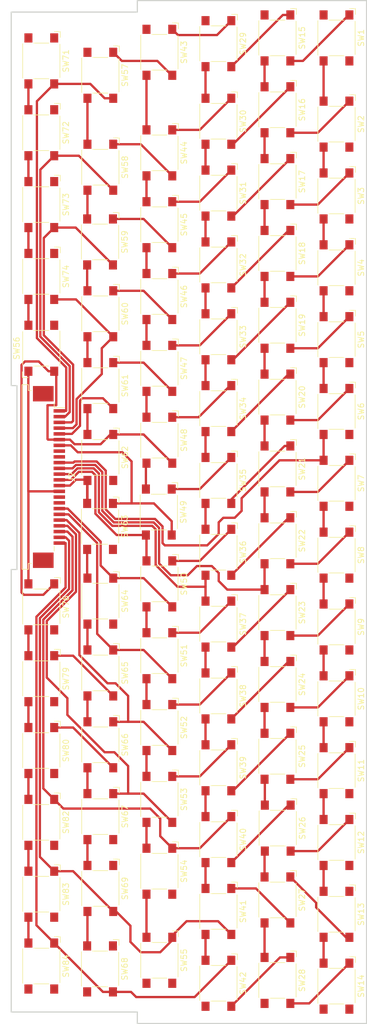
<source format=kicad_pcb>
(kicad_pcb (version 20240108) (generator "pcbnew") (generator_version "8.0")
  (layers (0 "F.Cu" signal) (31 "B.Cu" signal) (34 "B.Paste" user) (35 "F.Paste" user) (36 "B.SilkS" user "B.Silkscreen") (37 "F.SilkS" user "F.Silkscreen") (38 "B.Mask" user) (39 "F.Mask" user) (44 "Edge.Cuts" user))
  (net 0 "")
  (net 1 "/ROW_02")
  (net 2 "/COL_13")
  (net 3 "/COL_05")
  (net 4 "/COL_09")
  (net 5 "/COL_03")
  (net 6 "/COL_07")
  (net 7 "GNDPWR")
  (net 8 "/COL_12")
  (net 9 "/COL_14")
  (net 10 "/COL_11")
  (net 11 "/COL_02")
  (net 12 "/COL_06")
  (net 13 "/ROW_05")
  (net 14 "/ROW_01")
  (net 15 "/ROW_03")
  (net 16 "/COL_10")
  (net 17 "/COL_01")
  (net 18 "/COL_08")
  (net 19 "/ROW_06")
  (net 20 "/ROW_04")
  (net 21 "/COL_04")
  (footprint "Button_Switch_SMD:SW_SPST_Omron_B3FS-100xP" (layer "F.Cu") (at 124.5642 46.6146 -90)
    (property "Reference" "SW17")
    (property "Value" "2" (hide yes))
  )
  (footprint "Button_Switch_SMD:SW_SPST_Omron_B3FS-100xP" (layer "F.Cu") (at 124.5642 84.1146 -90)
    (property "Reference" "SW20")
    (property "Value" "5" (hide yes))
  )
  (footprint "Button_Switch_SMD:SW_SPST_Omron_B3FS-100xP" (layer "F.Cu") (at 103.9642 24.1146 -90)
    (property "Reference" "SW43")
    (property "Value" "CAPS" (hide yes))
  )
  (footprint "Button_Switch_SMD:SW_SPST_Omron_B3FS-100xP" (layer "F.Cu") (at 103.9642 91.6146 -90)
    (property "Reference" "SW48")
    (property "Value" "G" (hide yes))
  )
  (footprint "Button_Switch_SMD:SW_SPST_Omron_B3FS-100xP" (layer "F.Cu") (at 114.2642 73.6146 -90)
    (property "Reference" "SW33")
    (property "Value" "R" (hide yes))
  )
  (footprint "Button_Switch_SMD:SW_SPST_Omron_B3FS-100xP" (layer "F.Cu") (at 103.9642 54.1146 -90)
    (property "Reference" "SW45")
    (property "Value" "S" (hide yes))
  )
  (footprint "Button_Switch_SMD:SW_SPST_Omron_B3FS-100xP" (layer "F.Cu") (at 93.6142 106.6146 -90)
    (property "Reference" "SW63")
    (property "Value" "N" (hide yes))
  )
  (footprint "Button_Switch_SMD:SW_SPST_Omron_B3FS-100xP" (layer "F.Cu") (at 134.8642 149.1146 -90)
    (property "Reference" "SW11")
    (property "Value" "F10" (hide yes))
  )
  (footprint "Button_Switch_SMD:SW_SPST_Omron_B3FS-100xP" (layer "F.Cu") (at 103.9642 66.6146 -90)
    (property "Reference" "SW46")
    (property "Value" "D" (hide yes))
  )
  (footprint "Button_Switch_SMD:SW_SPST_Omron_B3FS-100xP" (layer "F.Cu") (at 83.3642 183.1146 -90)
    (property "Reference" "SW84")
    (property "Value" "RIGHT")
  )
  (footprint "Button_Switch_SMD:SW_SPST_Omron_B3FS-100xP" (layer "F.Cu") (at 134.8642 124.1146 -90)
    (property "Reference" "SW9")
    (property "Value" "F8" (hide yes))
  )
  (footprint "Button_Switch_SMD:SW_SPST_Omron_B3FS-100xP" (layer "F.Cu") (at 103.9642 141.6146 -90)
    (property "Reference" "SW52")
    (property "Value" "L" (hide yes))
  )
  (footprint "Button_Switch_SMD:SW_SPST_Omron_B3FS-100xP" (layer "F.Cu") (at 124.5642 121.6146 -90)
    (property "Reference" "SW23")
    (property "Value" "8" (hide yes))
  )
  (footprint "Button_Switch_SMD:SW_SPST_Omron_B3FS-100xP" (layer "F.Cu") (at 134.8642 86.6146 -90)
    (property "Reference" "SW6")
    (property "Value" "F5" (hide yes))
  )
  (footprint "Button_Switch_SMD:SW_SPST_Omron_B3FS-100xP" (layer "F.Cu") (at 83.3642 133.1146 -90)
    (property "Reference" "SW79")
    (property "Value" "RALT")
  )
  (footprint "Button_Switch_SMD:SW_SPST_Omron_B3FS-100xP" (layer "F.Cu") (at 83.3642 63.1146 -90)
    (property "Reference" "SW74")
    (property "Value" "LALT")
  )
  (footprint "Button_Switch_SMD:SW_SPST_Omron_B3FS-100xP" (layer "F.Cu") (at 124.5642 185.6146 -90)
    (property "Reference" "SW28")
    (property "Value" "BCKSPC" (hide yes))
  )
  (footprint "Button_Switch_SMD:SW_SPST_Omron_B3FS-100xP" (layer "F.Cu") (at 103.8642 104.1146 -90)
    (property "Reference" "SW49")
    (property "Value" "H" (hide yes))
  )
  (footprint "Button_Switch_SMD:SW_SPST_Omron_B3FS-100xP" (layer "F.Cu") (at 103.9642 79.1146 -90)
    (property "Reference" "SW47")
    (property "Value" "F" (hide yes))
  )
  (footprint "Button_Switch_SMD:SW_SPST_Omron_B3FS-100xP" (layer "F.Cu") (at 114.2642 98.6146 -90)
    (property "Reference" "SW35")
    (property "Value" "Y" (hide yes))
  )
  (footprint "Button_Switch_SMD:SW_SPST_Omron_B3FS-100xP" (layer "F.Cu") (at 83.3642 38.1146 -90)
    (property "Reference" "SW72")
    (property "Value" "FN")
  )
  (footprint "Button_Switch_SMD:SW_SPST_Omron_B3FS-100xP" (layer "F.Cu") (at 103.9642 182.1146 -90)
    (property "Reference" "SW55")
    (property "Value" "ENTER" (hide yes))
  )
  (footprint "Button_Switch_SMD:SW_SPST_Omron_B3FS-100xP" (layer "F.Cu") (at 103.9642 154.1146 -90)
    (property "Reference" "SW53")
    (property "Value" ";" (hide yes))
  )
  (footprint "Button_Switch_SMD:SW_SPST_Omron_B3FS-100xP" (layer "F.Cu") (at 93.6642 28.1146 -90)
    (property "Reference" "SW57")
    (property "Value" "LSHIFT" (hide yes))
  )
  (footprint "Button_Switch_SMD:SW_SPST_Omron_B3FS-100xP" (layer "F.Cu") (at 124.5642 96.6146 -90)
    (property "Reference" "SW21")
    (property "Value" "6" (hide yes))
  )
  (footprint "Button_Switch_SMD:SW_SPST_Omron_B3FS-100xP" (layer "F.Cu") (at 93.6642 69.6146 -90)
    (property "Reference" "SW60")
    (property "Value" "C" (hide yes))
  )
  (footprint "Button_Switch_SMD:SW_SPST_Omron_B3FS-100xP" (layer "F.Cu") (at 114.2642 111.1146 -90)
    (property "Reference" "SW36")
    (property "Value" "U" (hide yes))
  )
  (footprint "Button_Switch_SMD:SW_SPST_Omron_B3FS-100xP" (layer "F.Cu") (at 134.8642 174.1146 -90)
    (property "Reference" "SW13")
    (property "Value" "F12" (hide yes))
  )
  (footprint "Button_Switch_SMD:SW_SPST_Omron_B3FS-100xP" (layer "F.Cu") (at 93.6642 157.1146 -90)
    (property "Reference" "SW67")
    (property "Value" "/" (hide yes))
  )
  (footprint "Button_Switch_SMD:SW_SPST_Omron_B3FS-100xP" (layer "F.Cu") (at 134.8642 161.6146 -90)
    (property "Reference" "SW12")
    (property "Value" "F11" (hide yes))
  )
  (footprint "Button_Switch_SMD:SW_SPST_Omron_B3FS-100xP" (layer "F.Cu") (at 124.5642 71.6146 -90)
    (property "Reference" "SW19")
    (property "Value" "4" (hide yes))
  )
  (footprint "Button_Switch_SMD:SW_SPST_Omron_B3FS-100xP" (layer "F.Cu") (at 124.6142 159.1146 -90)
    (property "Reference" "SW26")
    (property "Value" "-" (hide yes))
  )
  (footprint "Button_Switch_SMD:SW_SPST_Omron_B3FS-100xP" (layer "F.Cu") (at 93.6642 169.6146 -90)
    (property "Reference" "SW69")
    (property "Value" "UP" (hide yes))
  )
  (footprint "Button_Switch_SMD:SW_SPST_Omron_B3FS-100xP" (layer "F.Cu") (at 124.5642 146.6146 -90)
    (property "Reference" "SW25")
    (property "Value" "0" (hide yes))
  )
  (footprint "Button_Switch_SMD:SW_SPST_Omron_B3FS-100xP" (layer "F.Cu") (at 134.8642 21.6146 -90)
    (property "Reference" "SW1")
    (property "Value" "Esc" (hide yes))
  )
  (footprint "Button_Switch_SMD:SW_SPST_Omron_B3FS-100xP" (layer "F.Cu") (at 93.6642 94.6146 -90)
    (property "Reference" "SW62")
    (property "Value" "B" (hide yes))
  )
  (footprint "Button_Switch_SMD:SW_SPST_Omron_B3FS-100xP" (layer "F.Cu") (at 134.8642 136.6146 -90)
    (property "Reference" "SW10")
    (property "Value" "F9" (hide yes))
  )
  (footprint "Button_Switch_SMD:SW_SPST_Omron_B3FS-100xP" (layer "F.Cu") (at 114.2642 22.6146 -90)
    (property "Reference" "SW29")
    (property "Value" "TAB" (hide yes))
  )
  (footprint "Button_Switch_SMD:SW_SPST_Omron_B3FS-100xP" (layer "F.Cu") (at 124.5642 21.6146 -90)
    (property "Reference" "SW15")
    (property "Value" "~ `" (hide yes))
  )
  (footprint "Button_Switch_SMD:SW_SPST_Omron_B3FS-100xP" (layer "F.Cu") (at 103.9642 41.6146 -90)
    (property "Reference" "SW44")
    (property "Value" "A" (hide yes))
  )
  (footprint "Button_Switch_SMD:SW_SPST_Omron_B3FS-100xP" (layer "F.Cu") (at 93.6642 144.6146 -90)
    (property "Reference" "SW66")
    (property "Value" "." (hide yes))
  )
  (footprint "Button_Switch_SMD:SW_SPST_Omron_B3FS-100xP" (layer "F.Cu") (at 134.8642 186.6146 -90)
    (property "Reference" "SW14")
    (property "Value" "DEL" (hide yes))
  )
  (footprint "Button_Switch_SMD:SW_SPST_Omron_B3FS-100xP" (layer "F.Cu") (at 124.5642 34.1146 -90)
    (property "Reference" "SW16")
    (property "Value" "1" (hide yes))
  )
  (footprint "Button_Switch_SMD:SW_SPST_Omron_B3FS-100xP" (layer "F.Cu") (at 114.2642 36.1146 -90)
    (property "Reference" "SW30")
    (property "Value" "Q" (hide yes))
  )
  (footprint "Button_Switch_SMD:SW_SPST_Omron_B3FS-100xP" (layer "F.Cu") (at 93.6642 119.6146 -90)
    (property "Reference" "SW64")
    (property "Value" "M" (hide yes))
  )
  (footprint "Button_Switch_SMD:SW_SPST_Omron_B3FS-100xP" (layer "F.Cu") (at 134.8642 61.6146 -90)
    (property "Reference" "SW4")
    (property "Value" "F3" (hide yes))
  )
  (footprint "Button_Switch_SMD:SW_SPST_Omron_B3FS-100xP" (layer "F.Cu") (at 83.3642 145.6146 -90)
    (property "Reference" "SW80")
    (property "Value" "RCTRL")
  )
  (footprint "Connector_FFC-FPC:TE_2-84952-4_1x24-1MP_P1.0mm_Horizontal" (layer "F.Cu") (at 84.7042 98.0146 -90)
    (property "Reference" "J2")
    (property "Value" "Conn_01x24_MountingPin")
  )
  (footprint "Button_Switch_SMD:SW_SPST_Omron_B3FS-100xP" (layer "F.Cu") (at 114.2642 123.6146 -90)
    (property "Reference" "SW37")
    (property "Value" "I" (hide yes))
  )
  (footprint "Button_Switch_SMD:SW_SPST_Omron_B3FS-100xP" (layer "F.Cu") (at 83.3642 50.6146 -90)
    (property "Reference" "SW73")
    (property "Value" "WIN")
  )
  (footprint "Button_Switch_SMD:SW_SPST_Omron_B3FS-100xP" (layer "F.Cu") (at 103.9642 166.6146 -90)
    (property "Reference" "SW54")
    (property "Value" "'" (hide yes))
  )
  (footprint "Button_Switch_SMD:SW_SPST_Omron_B3FS-100xP" (layer "F.Cu") (at 134.8642 74.1146 -90)
    (property "Reference" "SW5")
    (property "Value" "F4" (hide yes))
  )
  (footprint "Button_Switch_SMD:SW_SPST_Omron_B3FS-100xP" (layer "F.Cu") (at 83.3642 75.6146 90)
    (property "Reference" "SW56")
    (property "Value" "SPACE")
  )
  (footprint "Button_Switch_SMD:SW_SPST_Omron_B3FS-100xP" (layer "F.Cu") (at 103.9642 129.1146 -90)
    (property "Reference" "SW51")
    (property "Value" "K" (hide yes))
  )
  (footprint "Button_Switch_SMD:SW_SPST_Omron_B3FS-100xP" (layer "F.Cu") (at 93.6142 57.1146 -90)
    (property "Reference" "SW59")
    (property "Value" "X" (hide yes))
  )
  (footprint "Button_Switch_SMD:SW_SPST_Omron_B3FS-100xP" (layer "F.Cu") (at 124.5642 109.1146 -90)
    (property "Reference" "SW22")
    (property "Value" "7" (hide yes))
  )
  (footprint "Button_Switch_SMD:SW_SPST_Omron_B3FS-100xP" (layer "F.Cu") (at 93.6642 132.1146 -90)
    (property "Reference" "SW65")
    (property "Value" "," (hide yes))
  )
  (footprint "Button_Switch_SMD:SW_SPST_Omron_B3FS-100xP" (layer "F.Cu") (at 103.9642 116.6146 -90)
    (property "Reference" "SW50")
    (property "Value" "J" (hide yes))
  )
  (footprint "Button_Switch_SMD:SW_SPST_Omron_B3FS-100xP" (layer "F.Cu") (at 114.2642 61.1146 -90)
    (property "Reference" "SW32")
    (property "Value" "E" (hide yes))
  )
  (footprint "Button_Switch_SMD:SW_SPST_Omron_B3FS-100xP" (layer "F.Cu") (at 83.3642 158.1146 -90)
    (property "Reference" "SW82")
    (property "Value" "LEFT")
  )
  (footprint "Button_Switch_SMD:SW_SPST_Omron_B3FS-100xP" (layer "F.Cu") (at 134.8642 36.6146 -90)
    (property "Reference" "SW2")
    (property "Value" "F1" (hide yes))
  )
  (footprint "Button_Switch_SMD:SW_SPST_Omron_B3FS-100xP" (layer "F.Cu") (at 83.3642 25.6146 -90)
    (property "Reference" "SW71")
    (property "Value" "LCTRL")
  )
  (footprint "Button_Switch_SMD:SW_SPST_Omron_B3FS-100xP" (layer "F.Cu") (at 114.2642 148.6146 -90)
    (property "Reference" "SW39")
    (property "Value" "P" (hide yes))
  )
  (footprint "Button_Switch_SMD:SW_SPST_Omron_B3FS-100xP" (layer "F.Cu") (at 83.3642 170.6146 -90)
    (property "Reference" "SW83")
    (property "Value" "DOWN")
  )
  (footprint "Button_Switch_SMD:SW_SPST_Omron_B3FS-100xP" (layer "F.Cu") (at 124.5642 59.1146 -90)
    (property "Reference" "SW18")
    (property "Value" "3" (hide yes))
  )
  (footprint "Button_Switch_SMD:SW_SPST_Omron_B3FS-100xP" (layer "F.Cu") (at 93.6142 183.6146 -90)
    (property "Reference" "SW68")
    (property "Value" "RSHIFT")
  )
  (footprint "Button_Switch_SMD:SW_SPST_Omron_B3FS-100xP" (layer "F.Cu") (at 83.3642 120.6146 -90)
    (property "Reference" "SW76")
    (property "Value" "SPACE")
  )
  (footprint "Button_Switch_SMD:SW_SPST_Omron_B3FS-100xP" (layer "F.Cu") (at 134.8642 111.6146 -90)
    (property "Reference" "SW8")
    (property "Value" "F7" (hide yes))
  )
  (footprint "Button_Switch_SMD:SW_SPST_Omron_B3FS-100xP" (layer "F.Cu") (at 124.5642 134.1146 -90)
    (property "Reference" "SW24")
    (property "Value" "9" (hide yes))
  )
  (footprint "Button_Switch_SMD:SW_SPST_Omron_B3FS-100xP" (layer "F.Cu") (at 114.2642 136.1146 -90)
    (property "Reference" "SW38")
    (property "Value" "O" (hide yes))
  )
  (footprint "Button_Switch_SMD:SW_SPST_Omron_B3FS-100xP" (layer "F.Cu") (at 114.2642 186.1146 -90)
    (property "Reference" "SW42")
    (property "Value" "\\" (hide yes))
  )
  (footprint "Button_Switch_SMD:SW_SPST_Omron_B3FS-100xP" (layer "F.Cu") (at 114.2642 173.6146 -90)
    (property "Reference" "SW41")
    (property "Value" "]" (hide yes))
  )
  (footprint "Button_Switch_SMD:SW_SPST_Omron_B3FS-100xP" (layer "F.Cu") (at 93.6642 44.1146 -90)
    (property "Reference" "SW58")
    (property "Value" "Z" (hide yes))
  )
  (footprint "Button_Switch_SMD:SW_SPST_Omron_B3FS-100xP" (layer "F.Cu") (at 124.5642 171.6146 -90)
    (property "Reference" "SW27")
    (property "Value" "=" (hide yes))
  )
  (footprint "Button_Switch_SMD:SW_SPST_Omron_B3FS-100xP" (layer "F.Cu") (at 134.8642 99.1146 -90)
    (property "Reference" "SW7")
    (property "Value" "F6" (hide yes))
  )
  (footprint "Button_Switch_SMD:SW_SPST_Omron_B3FS-100xP" (layer "F.Cu") (at 93.6642 82.1146 -90)
    (property "Reference" "SW61")
    (property "Value" "V" (hide yes))
  )
  (footprint "Button_Switch_SMD:SW_SPST_Omron_B3FS-100xP" (layer "F.Cu") (at 114.2642 86.1146 -90)
    (property "Reference" "SW34")
    (property "Value" "T" (hide yes))
  )
  (footprint "Button_Switch_SMD:SW_SPST_Omron_B3FS-100xP" (layer "F.Cu") (at 114.2642 161.1146 -90)
    (property "Reference" "SW40")
    (property "Value" "[" (hide yes))
  )
  (footprint "Button_Switch_SMD:SW_SPST_Omron_B3FS-100xP" (layer "F.Cu") (at 114.2642 48.6146 -90)
    (property "Reference" "SW31")
    (property "Value" "W" (hide yes))
  )
  (footprint "Button_Switch_SMD:SW_SPST_Omron_B3FS-100xP" (layer "F.Cu") (at 134.8642 49.1146 -90)
    (property "Reference" "SW3")
    (property "Value" "F2" (hide yes))
  )
  (gr_line (start 140.1142 193.1146) (end 100.1142 193.1146) (stroke (width 0.2)) (layer "Edge.Cuts"))
  (gr_line (start 79.1142 82.1146) (end 79.1142 114.1146) (stroke (width 0.2)) (layer "Edge.Cuts"))
  (gr_line (start 100.1142 191.1146) (end 100.1142 193.1146) (stroke (width 0.2)) (layer "Edge.Cuts"))
  (gr_line (start 78.1142 114.1146) (end 78.1142 191.1146) (stroke (width 0.2)) (layer "Edge.Cuts"))
  (gr_line (start 140.1142 15.1146) (end 100.1142 15.1146) (stroke (width 0.2)) (layer "Edge.Cuts"))
  (gr_line (start 140.1142 15.1146) (end 140.1142 193.1146) (stroke (width 0.2)) (layer "Edge.Cuts"))
  (gr_line (start 78.1142 17.1146) (end 78.1142 82.1146) (stroke (width 0.2)) (layer "Edge.Cuts"))
  (gr_line (start 78.1142 114.1146) (end 79.1142 114.1146) (stroke (width 0.2)) (layer "Edge.Cuts"))
  (gr_line (start 100.1142 15.1146) (end 100.1142 17.1146) (stroke (width 0.2)) (layer "Edge.Cuts"))
  (gr_line (start 78.1142 82.1146) (end 79.1142 82.1146) (stroke (width 0.2)) (layer "Edge.Cuts"))
  (gr_line (start 100.1142 17.1146) (end 78.1142 17.1146) (stroke (width 0.2)) (layer "Edge.Cuts"))
  (gr_line (start 100.1142 191.1146) (end 78.1142 191.1146) (stroke (width 0.2)) (layer "Edge.Cuts"))
  (segment (start 91.4142 123.6146) (end 91.4142 128.1146) (width 0.4) (layer "F.Cu") (net 1))
  (segment (start 91.4142 98.6146) (end 91.4142 102.5646) (width 0.4) (layer "F.Cu") (net 1))
  (segment (start 91.4142 173.6146) (end 91.4142 179.5646) (width 0.4) (layer "F.Cu") (net 1))
  (segment (start 89.396728 98.4806) (end 91.3642 98.4806) (width 0.4) (layer "F.Cu") (net 1))
  (segment (start 91.3642 98.4806) (end 91.3642 102.6146) (width 0.4) (layer "F.Cu") (net 1))
  (segment (start 91.4142 53.0646) (end 91.3642 53.1146) (width 0.4) (layer "F.Cu") (net 1))
  (segment (start 91.3642 115.5646) (end 91.4142 115.6146) (width 0.4) (layer "F.Cu") (net 1))
  (segment (start 91.4142 179.5646) (end 91.3642 179.6146) (width 0.4) (layer "F.Cu") (net 1))
  (segment (start 91.3642 110.6146) (end 91.3642 115.5646) (width 0.4) (layer "F.Cu") (net 1))
  (segment (start 91.4142 73.6146) (end 91.4142 78.1146) (width 0.4) (layer "F.Cu") (net 1))
  (segment (start 91.3642 61.1146) (end 91.3642 65.5646) (width 0.4) (layer "F.Cu") (net 1))
  (segment (start 91.4142 161.1146) (end 91.4142 165.6146) (width 0.4) (layer "F.Cu") (net 1))
  (segment (start 91.4142 48.1146) (end 91.4142 53.0646) (width 0.4) (layer "F.Cu") (net 1))
  (segment (start 91.4142 32.1146) (end 91.4142 40.1146) (width 0.4) (layer "F.Cu") (net 1))
  (segment (start 91.4142 102.5646) (end 91.3642 102.6146) (width 0.4) (layer "F.Cu") (net 1))
  (segment (start 91.4142 136.1146) (end 91.4142 140.6146) (width 0.4) (layer "F.Cu") (net 1))
  (segment (start 88.362728 99.5146) (end 89.396728 98.4806) (width 0.4) (layer "F.Cu") (net 1))
  (segment (start 91.3642 65.5646) (end 91.4142 65.6146) (width 0.4) (layer "F.Cu") (net 1))
  (segment (start 86.5042 99.5146) (end 88.362728 99.5146) (width 0.4) (layer "F.Cu") (net 1))
  (segment (start 91.4142 86.1146) (end 91.4142 90.6146) (width 0.4) (layer "F.Cu") (net 1))
  (segment (start 91.4142 148.6146) (end 91.4142 153.1146) (width 0.4) (layer "F.Cu") (net 1))
  (segment (start 131.3142 172.1146) (end 126.8142 167.6146) (width 0.4) (layer "F.Cu") (net 2))
  (segment (start 120.8142 169.6146) (end 116.5142 169.6146) (width 0.4) (layer "F.Cu") (net 2))
  (segment (start 137.1142 178.1146) (end 136.5142 178.1146) (width 0.4) (layer "F.Cu") (net 2))
  (segment (start 136.5142 178.1146) (end 131.3142 172.9146) (width 0.4) (layer "F.Cu") (net 2))
  (segment (start 83.1142 122.585328) (end 83.1142 164.1146) (width 0.4) (layer "F.Cu") (net 2))
  (segment (start 95.9142 173.6146) (end 88.9142 166.6146) (width 0.4) (layer "F.Cu") (net 2))
  (segment (start 114.2142 175.3146) (end 116.5142 177.6146) (width 0.4) (layer "F.Cu") (net 2))
  (segment (start 108.7142 175.3146) (end 114.2142 175.3146) (width 0.4) (layer "F.Cu") (net 2))
  (segment (start 100.7142 180.7146) (end 98.9142 178.9146) (width 0.4) (layer "F.Cu") (net 2))
  (segment (start 88.2094 109.1148) (end 87.6092 108.5146) (width 0.4) (layer "F.Cu") (net 2))
  (segment (start 104.1142 180.7146) (end 100.7142 180.7146) (width 0.4) (layer "F.Cu") (net 2))
  (segment (start 106.2142 177.8146) (end 108.7142 175.3146) (width 0.4) (layer "F.Cu") (net 2))
  (segment (start 88.9142 166.6146) (end 85.6142 166.6146) (width 0.4) (layer "F.Cu") (net 2))
  (segment (start 98.9142 176.1146) (end 96.4142 173.6146) (width 0.4) (layer "F.Cu") (net 2))
  (segment (start 96.4142 173.6146) (end 95.9142 173.6146) (width 0.4) (layer "F.Cu") (net 2))
  (segment (start 106.2142 178.1146) (end 106.2142 177.8146) (width 0.4) (layer "F.Cu") (net 2))
  (segment (start 88.2094 117.490128) (end 83.1142 122.585328) (width 0.4) (layer "F.Cu") (net 2))
  (segment (start 106.2142 178.6146) (end 104.1142 180.7146) (width 0.4) (layer "F.Cu") (net 2))
  (segment (start 88.2094 109.1148) (end 88.2094 117.490128) (width 0.4) (layer "F.Cu") (net 2))
  (segment (start 98.9142 178.9146) (end 98.9142 176.1146) (width 0.4) (layer "F.Cu") (net 2))
  (segment (start 106.2142 178.1146) (end 106.2142 178.6146) (width 0.4) (layer "F.Cu") (net 2))
  (segment (start 131.3142 172.9146) (end 131.3142 172.1146) (width 0.4) (layer "F.Cu") (net 2))
  (segment (start 83.1142 164.1146) (end 85.6142 166.6146) (width 0.4) (layer "F.Cu") (net 2))
  (segment (start 87.6092 108.5146) (end 86.5042 108.5146) (width 0.4) (layer "F.Cu") (net 2))
  (segment (start 126.8142 175.6146) (end 120.8142 169.6146) (width 0.4) (layer "F.Cu") (net 2))
  (segment (start 106.2142 83.1146) (end 101.2142 78.1146) (width 0.4) (layer "F.Cu") (net 3))
  (segment (start 131.6142 75.6146) (end 126.8142 75.6146) (width 0.4) (layer "F.Cu") (net 3))
  (segment (start 126.8142 67.6146) (end 116.8142 77.6146) (width 0.4) (layer "F.Cu") (net 3))
  (segment (start 137.1142 70.1146) (end 131.6142 75.6146) (width 0.4) (layer "F.Cu") (net 3))
  (segment (start 90.5142 84.3146) (end 90.1144 84.7144) (width 0.4) (layer "F.Cu") (net 3))
  (segment (start 101.2142 78.1146) (end 95.9142 78.1146) (width 0.4) (layer "F.Cu") (net 3))
  (segment (start 116.5142 69.6146) (end 111.0142 75.1146) (width 0.4) (layer "F.Cu") (net 3))
  (segment (start 88.7142 90.5146) (end 86.5042 90.5146) (width 0.4) (layer "F.Cu") (net 3))
  (segment (start 90.1144 89.1144) (end 88.7142 90.5146) (width 0.4) (layer "F.Cu") (net 3))
  (segment (start 116.8142 77.6146) (end 116.5142 77.6146) (width 0.4) (layer "F.Cu") (net 3))
  (segment (start 90.1144 84.7144) (end 90.1144 89.1144) (width 0.4) (layer "F.Cu") (net 3))
  (segment (start 111.0142 75.1146) (end 106.2142 75.1146) (width 0.4) (layer "F.Cu") (net 3))
  (segment (start 94.1142 84.3146) (end 90.5142 84.3146) (width 0.4) (layer "F.Cu") (net 3))
  (segment (start 95.9142 86.1146) (end 94.1142 84.3146) (width 0.4) (layer "F.Cu") (net 3))
  (segment (start 93.1142 109.5146) (end 93.1142 125.3146) (width 0.4) (layer "F.Cu") (net 4))
  (segment (start 131.6142 125.6146) (end 126.8142 125.6146) (width 0.4) (layer "F.Cu") (net 4))
  (segment (start 86.5042 104.5146) (end 88.1142 104.5146) (width 0.4) (layer "F.Cu") (net 4))
  (segment (start 88.1142 104.5146) (end 93.1142 109.5146) (width 0.4) (layer "F.Cu") (net 4))
  (segment (start 93.1142 125.3146) (end 95.9142 128.1146) (width 0.4) (layer "F.Cu") (net 4))
  (segment (start 88.9142 129.1146) (end 85.6142 129.1146) (width 0.4) (layer "F.Cu") (net 4))
  (segment (start 126.8142 117.6146) (end 116.8142 127.6146) (width 0.4) (layer "F.Cu") (net 4))
  (segment (start 95.9142 136.1146) (end 88.9142 129.1146) (width 0.4) (layer "F.Cu") (net 4))
  (segment (start 106.2142 133.1146) (end 101.2142 128.1146) (width 0.4) (layer "F.Cu") (net 4))
  (segment (start 101.2142 128.1146) (end 95.9142 128.1146) (width 0.4) (layer "F.Cu") (net 4))
  (segment (start 116.8142 127.6146) (end 116.5142 127.6146) (width 0.4) (layer "F.Cu") (net 4))
  (segment (start 116.5142 119.6146) (end 111.0142 125.1146) (width 0.4) (layer "F.Cu") (net 4))
  (segment (start 137.1142 120.1146) (end 131.6142 125.6146) (width 0.4) (layer "F.Cu") (net 4))
  (segment (start 111.0142 125.1146) (end 106.2142 125.1146) (width 0.4) (layer "F.Cu") (net 4))
  (segment (start 131.6142 50.6146) (end 126.8142 50.6146) (width 0.4) (layer "F.Cu") (net 5))
  (segment (start 95.8642 61.1146) (end 89.3642 54.6146) (width 0.4) (layer "F.Cu") (net 5))
  (segment (start 126.8142 42.6146) (end 116.8142 52.6146) (width 0.4) (layer "F.Cu") (net 5))
  (segment (start 106.2142 58.1146) (end 101.2142 53.1146) (width 0.4) (layer "F.Cu") (net 5))
  (segment (start 86.5042 88.5146) (end 88.6504 88.5146) (width 0.4) (layer "F.Cu") (net 5))
  (segment (start 83.796 56.4328) (end 85.6142 54.6146) (width 0.4) (layer "F.Cu") (net 5))
  (segment (start 88.9144 88.2506) (end 88.9144 78.463944) (width 0.4) (layer "F.Cu") (net 5))
  (segment (start 89.3642 54.6146) (end 85.6142 54.6146) (width 0.4) (layer "F.Cu") (net 5))
  (segment (start 116.8142 52.6146) (end 116.5142 52.6146) (width 0.4) (layer "F.Cu") (net 5))
  (segment (start 116.5142 44.6146) (end 111.0142 50.1146) (width 0.4) (layer "F.Cu") (net 5))
  (segment (start 137.1142 45.1146) (end 131.6142 50.6146) (width 0.4) (layer "F.Cu") (net 5))
  (segment (start 88.6504 88.5146) (end 88.9144 88.2506) (width 0.4) (layer "F.Cu") (net 5))
  (segment (start 83.796 73.345544) (end 83.796 56.4328) (width 0.4) (layer "F.Cu") (net 5))
  (segment (start 111.0142 50.1146) (end 106.2142 50.1146) (width 0.4) (layer "F.Cu") (net 5))
  (segment (start 101.2142 53.1146) (end 95.8642 53.1146) (width 0.4) (layer "F.Cu") (net 5))
  (segment (start 88.9144 78.463944) (end 83.796 73.345544) (width 0.4) (layer "F.Cu") (net 5))
  (segment (start 89.7142 93.7146) (end 97.5142 93.7146) (width 0.4) (layer "F.Cu") (net 6))
  (segment (start 111.0142 100.1146) (end 106.1142 100.1146) (width 0.4) (layer "F.Cu") (net 6))
  (segment (start 86.5042 92.5146) (end 88.5142 92.5146) (width 0.4) (layer "F.Cu") (net 6))
  (segment (start 106.1142 108.1146) (end 106.1142 105.7146) (width 0.4) (layer "F.Cu") (net 6))
  (segment (start 116.5142 101.9146) (end 116.5142 102.6146) (width 0.4) (layer "F.Cu") (net 6))
  (segment (start 88.5142 92.5146) (end 89.7142 93.7146) (width 0.4) (layer "F.Cu") (net 6))
  (segment (start 106.1142 105.7146) (end 103.0142 102.6146) (width 0.4) (layer "F.Cu") (net 6))
  (segment (start 103.0142 102.6146) (end 99.1142 102.6146) (width 0.4) (layer "F.Cu") (net 6))
  (segment (start 99.1142 102.6146) (end 95.8642 102.6146) (width 0.4) (layer "F.Cu") (net 6))
  (segment (start 126.8142 92.6146) (end 125.8142 92.6146) (width 0.4) (layer "F.Cu") (net 6))
  (segment (start 137.1142 95.1146) (end 131.6142 100.6146) (width 0.4) (layer "F.Cu") (net 6))
  (segment (start 125.8142 92.6146) (end 116.5142 101.9146) (width 0.4) (layer "F.Cu") (net 6))
  (segment (start 97.5142 93.7146) (end 99.1142 95.3146) (width 0.4) (layer "F.Cu") (net 6))
  (segment (start 116.5142 94.6146) (end 111.0142 100.1146) (width 0.4) (layer "F.Cu") (net 6))
  (segment (start 131.6142 100.6146) (end 126.8142 100.6146) (width 0.4) (layer "F.Cu") (net 6))
  (segment (start 99.1142 95.3146) (end 99.1142 102.6146) (width 0.4) (layer "F.Cu") (net 6))
  (segment (start 137.1142 157.6146) (end 131.6142 163.1146) (width 0.4) (layer "F.Cu") (net 8))
  (segment (start 83.7142 122.833856) (end 83.7142 152.2146) (width 0.4) (layer "F.Cu") (net 8))
  (segment (start 102.3642 155.7146) (end 87.2142 155.7146) (width 0.4) (layer "F.Cu") (net 8))
  (segment (start 131.6142 163.1146) (end 126.8642 163.1146) (width 0.4) (layer "F.Cu") (net 8))
  (segment (start 116.5142 157.1146) (end 111.0142 162.6146) (width 0.4) (layer "F.Cu") (net 8))
  (segment (start 106.2142 162.6146) (end 104.1142 160.5146) (width 0.4) (layer "F.Cu") (net 8))
  (segment (start 87.2142 155.7146) (end 85.6142 154.1146) (width 0.4) (layer "F.Cu") (net 8))
  (segment (start 126.8642 155.1146) (end 126.5142 155.1146) (width 0.4) (layer "F.Cu") (net 8))
  (segment (start 88.8128 108.4058) (end 88.8128 117.735256) (width 0.4) (layer "F.Cu") (net 8))
  (segment (start 111.0142 162.6146) (end 106.2142 162.6146) (width 0.4) (layer "F.Cu") (net 8))
  (segment (start 87.9216 107.5146) (end 88.8128 108.4058) (width 0.4) (layer "F.Cu") (net 8))
  (segment (start 86.5042 107.5146) (end 87.9216 107.5146) (width 0.4) (layer "F.Cu") (net 8))
  (segment (start 83.7142 152.2146) (end 85.6142 154.1146) (width 0.4) (layer "F.Cu") (net 8))
  (segment (start 126.5142 155.1146) (end 116.5142 165.1146) (width 0.4) (layer "F.Cu") (net 8))
  (segment (start 104.1142 160.5146) (end 104.1142 157.4646) (width 0.4) (layer "F.Cu") (net 8))
  (segment (start 88.8128 117.735256) (end 83.7142 122.833856) (width 0.4) (layer "F.Cu") (net 8))
  (segment (start 104.1142 157.4646) (end 102.3642 155.7146) (width 0.4) (layer "F.Cu") (net 8))
  (segment (start 137.1142 182.6146) (end 130.1142 189.6146) (width 0.4) (layer "F.Cu") (net 9))
  (segment (start 87.5998 109.5146) (end 87.5998 117.2512) (width 0.4) (layer "F.Cu") (net 9))
  (segment (start 95.8642 187.6146) (end 94.1142 187.6146) (width 0.4) (layer "F.Cu") (net 9))
  (segment (start 99.9142 188.5146) (end 99.0142 187.6146) (width 0.4) (layer "F.Cu") (net 9))
  (segment (start 82.5142 122.3368) (end 82.5142 176.0146) (width 0.4) (layer "F.Cu") (net 9))
  (segment (start 87.5998 117.2512) (end 82.5142 122.3368) (width 0.4) (layer "F.Cu") (net 9))
  (segment (start 110.1142 188.5146) (end 99.9142 188.5146) (width 0.4) (layer "F.Cu") (net 9))
  (segment (start 126.8142 181.6146) (end 125.0142 181.6146) (width 0.4) (layer "F.Cu") (net 9))
  (segment (start 125.0142 181.6146) (end 116.5142 190.1146) (width 0.4) (layer "F.Cu") (net 9))
  (segment (start 86.5042 109.5146) (end 87.5998 109.5146) (width 0.4) (layer "F.Cu") (net 9))
  (segment (start 116.5142 182.1146) (end 110.1142 188.5146) (width 0.4) (layer "F.Cu") (net 9))
  (segment (start 82.5142 176.0146) (end 85.6142 179.1146) (width 0.4) (layer "F.Cu") (net 9))
  (segment (start 94.1142 187.6146) (end 85.6142 179.1146) (width 0.4) (layer "F.Cu") (net 9))
  (segment (start 130.1142 189.6146) (end 126.8142 189.6146) (width 0.4) (layer "F.Cu") (net 9))
  (segment (start 99.0142 187.6146) (end 95.8642 187.6146) (width 0.4) (layer "F.Cu") (net 9))
  (segment (start 89.4128 117.983784) (end 84.3142 123.082384) (width 0.4) (layer "F.Cu") (net 10))
  (segment (start 87.9142 136.5146) (end 87.9142 139.4146) (width 0.4) (layer "F.Cu") (net 10))
  (segment (start 84.3142 123.082384) (end 84.3142 132.9146) (width 0.4) (layer "F.Cu") (net 10))
  (segment (start 137.1142 145.1146) (end 131.6142 150.6146) (width 0.4) (layer "F.Cu") (net 10))
  (segment (start 84.3142 132.9146) (end 87.9142 136.5146) (width 0.4) (layer "F.Cu") (net 10))
  (segment (start 89.4128 107.9898) (end 89.4128 117.983784) (width 0.4) (layer "F.Cu") (net 10))
  (segment (start 126.8142 142.6146) (end 116.8142 152.6146) (width 0.4) (layer "F.Cu") (net 10))
  (segment (start 96.1142 145.9146) (end 98.5142 148.3146) (width 0.4) (layer "F.Cu") (net 10))
  (segment (start 86.5042 106.5146) (end 87.9376 106.5146) (width 0.4) (layer "F.Cu") (net 10))
  (segment (start 94.4142 145.9146) (end 96.1142 145.9146) (width 0.4) (layer "F.Cu") (net 10))
  (segment (start 131.6142 150.6146) (end 126.8142 150.6146) (width 0.4) (layer "F.Cu") (net 10))
  (segment (start 87.9376 106.5146) (end 89.4128 107.9898) (width 0.4) (layer "F.Cu") (net 10))
  (segment (start 98.5142 153.1146) (end 95.9142 153.1146) (width 0.4) (layer "F.Cu") (net 10))
  (segment (start 116.8142 152.6146) (end 116.5142 152.6146) (width 0.4) (layer "F.Cu") (net 10))
  (segment (start 87.9142 139.4146) (end 94.4142 145.9146) (width 0.4) (layer "F.Cu") (net 10))
  (segment (start 106.2142 158.1146) (end 101.2142 153.1146) (width 0.4) (layer "F.Cu") (net 10))
  (segment (start 111.0142 150.1146) (end 106.2142 150.1146) (width 0.4) (layer "F.Cu") (net 10))
  (segment (start 101.2142 153.1146) (end 98.5142 153.1146) (width 0.4) (layer "F.Cu") (net 10))
  (segment (start 98.5142 148.3146) (end 98.5142 153.1146) (width 0.4) (layer "F.Cu") (net 10))
  (segment (start 116.5142 144.6146) (end 111.0142 150.1146) (width 0.4) (layer "F.Cu") (net 10))
  (segment (start 126.8142 30.1146) (end 116.8142 40.1146) (width 0.4) (layer "F.Cu") (net 11))
  (segment (start 137.1142 32.6146) (end 131.6142 38.1146) (width 0.4) (layer "F.Cu") (net 11))
  (segment (start 89.9142 42.1146) (end 85.6142 42.1146) (width 0.4) (layer "F.Cu") (net 11))
  (segment (start 86.5042 87.5146) (end 87.527128 87.5146) (width 0.4) (layer "F.Cu") (net 11))
  (segment (start 106.2142 45.6146) (end 100.7142 40.1146) (width 0.4) (layer "F.Cu") (net 11))
  (segment (start 100.7142 40.1146) (end 95.9142 40.1146) (width 0.4) (layer "F.Cu") (net 11))
  (segment (start 83.196 73.594072) (end 83.196 44.5328) (width 0.4) (layer "F.Cu") (net 11))
  (segment (start 87.527128 87.5146) (end 88.3144 86.727328) (width 0.4) (layer "F.Cu") (net 11))
  (segment (start 83.196 44.5328) (end 85.6142 42.1146) (width 0.4) (layer "F.Cu") (net 11))
  (segment (start 95.9142 48.1146) (end 89.9142 42.1146) (width 0.4) (layer "F.Cu") (net 11))
  (segment (start 88.3144 86.727328) (end 88.3144 78.712472) (width 0.4) (layer "F.Cu") (net 11))
  (segment (start 131.6142 38.1146) (end 126.8142 38.1146) (width 0.4) (layer "F.Cu") (net 11))
  (segment (start 116.5142 32.1146) (end 111.0142 37.6146) (width 0.4) (layer "F.Cu") (net 11))
  (segment (start 111.0142 37.6146) (end 106.2142 37.6146) (width 0.4) (layer "F.Cu") (net 11))
  (segment (start 88.3144 78.712472) (end 83.196 73.594072) (width 0.4) (layer "F.Cu") (net 11))
  (segment (start 116.8142 40.1146) (end 116.5142 40.1146) (width 0.4) (layer "F.Cu") (net 11))
  (segment (start 85.9742 85.5266) (end 85.9742 79.9746) (width 0.4) (layer "F.Cu") (net 12))
  (segment (start 88.362728 91.5146) (end 84.5454 91.5146) (width 0.4) (layer "F.Cu") (net 12))
  (segment (start 126.5142 80.1146) (end 116.5142 90.1146) (width 0.4) (layer "F.Cu") (net 12))
  (segment (start 116.3142 82.1146) (end 110.8142 87.6146) (width 0.4) (layer "F.Cu") (net 12))
  (segment (start 80.5142 77.9146) (end 82.9142 77.9146) (width 0.4) (layer "F.Cu") (net 12))
  (segment (start 83.7142 118.5146) (end 80.3142 118.5146) (width 0.4) (layer "F.Cu") (net 12))
  (segment (start 79.9142 78.5146) (end 80.5142 77.9146) (width 0.4) (layer "F.Cu") (net 12))
  (segment (start 95.9142 90.6146) (end 95.4142 90.6146) (width 0.4) (layer "F.Cu") (net 12))
  (segment (start 137.1142 82.6146) (end 131.6142 88.1146) (width 0.4) (layer "F.Cu") (net 12))
  (segment (start 106.2142 95.6146) (end 101.2142 90.6146) (width 0.4) (layer "F.Cu") (net 12))
  (segment (start 85.6142 79.6146) (end 85.1142 80.1146) (width 0.4) (layer "F.Cu") (net 12))
  (segment (start 85.6142 116.6146) (end 83.7142 118.5146) (width 0.4) (layer "F.Cu") (net 12))
  (segment (start 93.7142 92.3146) (end 89.162728 92.3146) (width 0.4) (layer "F.Cu") (net 12))
  (segment (start 89.162728 92.3146) (end 88.362728 91.5146) (width 0.4) (layer "F.Cu") (net 12))
  (segment (start 84.5454 91.5146) (end 84.4502 91.4194) (width 0.4) (layer "F.Cu") (net 12))
  (segment (start 84.6142 79.6146) (end 85.6142 79.6146) (width 0.4) (layer "F.Cu") (net 12))
  (segment (start 79.9142 118.1146) (end 79.9142 78.5146) (width 0.4) (layer "F.Cu") (net 12))
  (segment (start 126.8142 80.1146) (end 126.5142 80.1146) (width 0.4) (layer "F.Cu") (net 12))
  (segment (start 85.9742 79.9746) (end 85.6142 79.6146) (width 0.4) (layer "F.Cu") (net 12))
  (segment (start 116.5142 82.1146) (end 116.3142 82.1146) (width 0.4) (layer "F.Cu") (net 12))
  (segment (start 110.8142 87.6146) (end 106.2142 87.6146) (width 0.4) (layer "F.Cu") (net 12))
  (segment (start 84.4502 85.5266) (end 85.9742 85.5266) (width 0.4) (layer "F.Cu") (net 12))
  (segment (start 80.3142 118.5146) (end 79.9142 118.1146) (width 0.4) (layer "F.Cu") (net 12))
  (segment (start 95.4142 90.6146) (end 93.7142 92.3146) (width 0.4) (layer "F.Cu") (net 12))
  (segment (start 84.4502 91.4194) (end 84.4502 85.5266) (width 0.4) (layer "F.Cu") (net 12))
  (segment (start 101.2142 90.6146) (end 95.9142 90.6146) (width 0.4) (layer "F.Cu") (net 12))
  (segment (start 82.9142 77.9146) (end 84.6142 79.6146) (width 0.4) (layer "F.Cu") (net 12))
  (segment (start 131.6142 88.1146) (end 126.8142 88.1146) (width 0.4) (layer "F.Cu") (net 12))
  (segment (start 114.3142 114.7146) (end 114.3142 116.1146) (width 0.4) (layer "F.Cu") (net 13))
  (segment (start 115.8142 117.6146) (end 122.3142 117.6146) (width 0.4) (layer "F.Cu") (net 13))
  (segment (start 122.3642 155.1146) (end 122.3642 150.6646) (width 0.4) (layer "F.Cu") (net 13))
  (segment (start 89.417144 95.9146) (end 92.762728 95.9146) (width 0.4) (layer "F.Cu") (net 13))
  (segment (start 113.1142 113.5146) (end 114.3142 114.7146) (width 0.4) (layer "F.Cu") (net 13))
  (segment (start 105.962728 115.1146) (end 108.9142 115.1146) (width 0.4) (layer "F.Cu") (net 13))
  (segment (start 94.0068 103.910144) (end 96.011256 105.9146) (width 0.4) (layer "F.Cu") (net 13))
  (segment (start 122.3142 167.6146) (end 122.3142 163.1646) (width 0.4) (layer "F.Cu") (net 13))
  (segment (start 122.3142 92.6146) (end 122.3142 88.1146) (width 0.4) (layer "F.Cu") (net 13))
  (segment (start 122.3142 25.6146) (end 122.3142 30.1146) (width 0.4) (layer "F.Cu") (net 13))
  (segment (start 122.3142 42.6146) (end 122.3142 38.1146) (width 0.4) (layer "F.Cu") (net 13))
  (segment (start 103.9142 106.866072) (end 103.9142 113.066072) (width 0.4) (layer "F.Cu") (net 13))
  (segment (start 122.3142 67.6146) (end 122.3142 63.1146) (width 0.4) (layer "F.Cu") (net 13))
  (segment (start 122.3642 150.6646) (end 122.3142 150.6146) (width 0.4) (layer "F.Cu") (net 13))
  (segment (start 94.0068 97.158672) (end 94.0068 103.910144) (width 0.4) (layer "F.Cu") (net 13))
  (segment (start 108.9142 115.1146) (end 110.5142 113.5146) (width 0.4) (layer "F.Cu") (net 13))
  (segment (start 114.3142 116.1146) (end 115.8142 117.6146) (width 0.4) (layer "F.Cu") (net 13))
  (segment (start 122.3142 181.6146) (end 122.3142 175.6146) (width 0.4) (layer "F.Cu") (net 13))
  (segment (start 122.3142 55.1146) (end 122.3142 50.6146) (width 0.4) (layer "F.Cu") (net 13))
  (segment (start 88.817144 96.5146) (end 89.417144 95.9146) (width 0.4) (layer "F.Cu") (net 13))
  (segment (start 96.011256 105.9146) (end 102.962728 105.9146) (width 0.4) (layer "F.Cu") (net 13))
  (segment (start 122.3142 117.6146) (end 122.3142 113.1146) (width 0.4) (layer "F.Cu") (net 13))
  (segment (start 86.5042 96.5146) (end 88.817144 96.5146) (width 0.4) (layer "F.Cu") (net 13))
  (segment (start 122.3142 80.1146) (end 122.3142 75.6146) (width 0.4) (layer "F.Cu") (net 13))
  (segment (start 110.5142 113.5146) (end 113.1142 113.5146) (width 0.4) (layer "F.Cu") (net 13))
  (segment (start 122.3142 142.6146) (end 122.3142 138.1146) (width 0.4) (layer "F.Cu") (net 13))
  (segment (start 102.962728 105.9146) (end 103.9142 106.866072) (width 0.4) (layer "F.Cu") (net 13))
  (segment (start 103.9142 113.066072) (end 105.962728 115.1146) (width 0.4) (layer "F.Cu") (net 13))
  (segment (start 92.762728 95.9146) (end 94.0068 97.158672) (width 0.4) (layer "F.Cu") (net 13))
  (segment (start 122.3142 105.1146) (end 122.3142 100.6146) (width 0.4) (layer "F.Cu") (net 13))
  (segment (start 122.3142 130.1146) (end 122.3142 125.6146) (width 0.4) (layer "F.Cu") (net 13))
  (segment (start 122.3142 163.1646) (end 122.3642 163.1146) (width 0.4) (layer "F.Cu") (net 13))
  (segment (start 81.1142 46.6146) (end 81.1142 42.1146) (width 0.4) (layer "F.Cu") (net 14))
  (segment (start 81.1142 141.6146) (end 81.1142 137.1146) (width 0.4) (layer "F.Cu") (net 14))
  (segment (start 81.0974 100.4978) (end 81.0974 79.6314) (width 0.4) (layer "F.Cu") (net 14))
  (segment (start 81.1142 116.6146) (end 81.1142 100.5146) (width 0.4) (layer "F.Cu") (net 14))
  (segment (start 81.1142 129.1146) (end 81.1142 124.6146) (width 0.4) (layer "F.Cu") (net 14))
  (segment (start 81.1142 34.1146) (end 81.1142 29.6146) (width 0.4) (layer "F.Cu") (net 14))
  (segment (start 81.1142 59.1146) (end 81.1142 54.6146) (width 0.4) (layer "F.Cu") (net 14))
  (segment (start 81.1142 154.1146) (end 81.1142 149.6146) (width 0.4) (layer "F.Cu") (net 14))
  (segment (start 81.0974 79.6314) (end 81.1142 79.6146) (width 0.4) (layer "F.Cu") (net 14))
  (segment (start 81.1142 174.6146) (end 81.1142 179.1146) (width 0.4) (layer "F.Cu") (net 14))
  (segment (start 81.1142 71.6146) (end 81.1142 67.1146) (width 0.4) (layer "F.Cu") (net 14))
  (segment (start 81.1142 162.1146) (end 81.1142 166.6146) (width 0.4) (layer "F.Cu") (net 14))
  (segment (start 81.1142 100.5146) (end 81.0974 100.4978) (width 0.4) (layer "F.Cu") (net 14))
  (segment (start 86.5042 100.5146) (end 81.1142 100.5146) (width 0.4) (layer "F.Cu") (net 14))
  (segment (start 101.6142 95.7146) (end 101.7142 95.6146) (width 0.4) (layer "F.Cu") (net 15))
  (segment (start 101.7142 137.6146) (end 101.7142 133.1146) (width 0.4) (layer "F.Cu") (net 15))
  (segment (start 96.5142 108.1146) (end 101.6142 108.1146) (width 0.4) (layer "F.Cu") (net 15))
  (segment (start 86.5042 98.5146) (end 88.5142 98.5146) (width 0.4) (layer "F.Cu") (net 15))
  (segment (start 88.5142 98.5146) (end 89.9142 97.1146) (width 0.4) (layer "F.Cu") (net 15))
  (segment (start 101.7142 150.1146) (end 101.7142 145.6146) (width 0.4) (layer "F.Cu") (net 15))
  (segment (start 101.7142 87.6146) (end 101.7142 83.1146) (width 0.4) (layer "F.Cu") (net 15))
  (segment (start 92.8068 97.7072) (end 92.8068 104.4072) (width 0.4) (layer "F.Cu") (net 15))
  (segment (start 92.2142 97.1146) (end 92.8068 97.7072) (width 0.4) (layer "F.Cu") (net 15))
  (segment (start 101.7142 112.6146) (end 101.7142 108.2146) (width 0.4) (layer "F.Cu") (net 15))
  (segment (start 101.7142 75.1146) (end 101.7142 70.6146) (width 0.4) (layer "F.Cu") (net 15))
  (segment (start 101.7142 108.2146) (end 101.6142 108.1146) (width 0.4) (layer "F.Cu") (net 15))
  (segment (start 101.7142 158.1146) (end 101.7142 162.6146) (width 0.4) (layer "F.Cu") (net 15))
  (segment (start 101.7142 62.6146) (end 101.7142 58.1146) (width 0.4) (layer "F.Cu") (net 15))
  (segment (start 89.9142 97.1146) (end 92.2142 97.1146) (width 0.4) (layer "F.Cu") (net 15))
  (segment (start 101.7142 125.1146) (end 101.7142 120.6146) (width 0.4) (layer "F.Cu") (net 15))
  (segment (start 101.7142 50.1146) (end 101.7142 45.6146) (width 0.4) (layer "F.Cu") (net 15))
  (segment (start 92.8068 104.4072) (end 96.5142 108.1146) (width 0.4) (layer "F.Cu") (net 15))
  (segment (start 101.7142 37.6146) (end 101.7142 28.1146) (width 0.4) (layer "F.Cu") (net 15))
  (segment (start 101.6142 100.1146) (end 101.6142 95.7146) (width 0.4) (layer "F.Cu") (net 15))
  (segment (start 101.7142 170.6146) (end 101.7142 178.1146) (width 0.4) (layer "F.Cu") (net 15))
  (segment (start 88.9142 141.6146) (end 85.6142 141.6146) (width 0.4) (layer "F.Cu") (net 16))
  (segment (start 90.0128 129.0132) (end 94.9142 133.9146) (width 0.4) (layer "F.Cu") (net 16))
  (segment (start 126.8142 130.1146) (end 126.5142 130.1146) (width 0.4) (layer "F.Cu") (net 16))
  (segment (start 106.2142 145.6146) (end 101.2142 140.6146) (width 0.4) (layer "F.Cu") (net 16))
  (segment (start 94.9142 133.9146) (end 96.3142 133.9146) (width 0.4) (layer "F.Cu") (net 16))
  (segment (start 98.5142 140.6146) (end 95.9142 140.6146) (width 0.4) (layer "F.Cu") (net 16))
  (segment (start 111.0142 137.6146) (end 106.2142 137.6146) (width 0.4) (layer "F.Cu") (net 16))
  (segment (start 96.3142 133.9146) (end 98.5142 136.1146) (width 0.4) (layer "F.Cu") (net 16))
  (segment (start 126.5142 130.1146) (end 116.5142 140.1146) (width 0.4) (layer "F.Cu") (net 16))
  (segment (start 98.5142 136.1146) (end 98.5142 140.6146) (width 0.4) (layer "F.Cu") (net 16))
  (segment (start 86.5042 105.5146) (end 87.786128 105.5146) (width 0.4) (layer "F.Cu") (net 16))
  (segment (start 95.9142 148.6146) (end 88.9142 141.6146) (width 0.4) (layer "F.Cu") (net 16))
  (segment (start 116.5142 132.1146) (end 111.0142 137.6146) (width 0.4) (layer "F.Cu") (net 16))
  (segment (start 87.786128 105.5146) (end 90.0128 107.741272) (width 0.4) (layer "F.Cu") (net 16))
  (segment (start 137.1142 132.6146) (end 131.6142 138.1146) (width 0.4) (layer "F.Cu") (net 16))
  (segment (start 131.6142 138.1146) (end 126.8142 138.1146) (width 0.4) (layer "F.Cu") (net 16))
  (segment (start 90.0128 107.741272) (end 90.0128 129.0132) (width 0.4) (layer "F.Cu") (net 16))
  (segment (start 101.2142 140.6146) (end 98.5142 140.6146) (width 0.4) (layer "F.Cu") (net 16))
  (segment (start 87.7144 86.4788) (end 87.7144 78.961) (width 0.4) (layer "F.Cu") (net 17))
  (segment (start 95.9142 32.1146) (end 94.4142 32.1146) (width 0.4) (layer "F.Cu") (net 17))
  (segment (start 129.0142 25.6146) (end 126.8142 25.6146) (width 0.4) (layer "F.Cu") (net 17))
  (segment (start 82.596 32.6328) (end 85.6142 29.6146) (width 0.4) (layer "F.Cu") (net 17))
  (segment (start 87.6786 86.5146) (end 87.7144 86.4788) (width 0.4) (layer "F.Cu") (net 17))
  (segment (start 87.7144 78.961) (end 82.596 73.8426) (width 0.4) (layer "F.Cu") (net 17))
  (segment (start 106.2142 28.1146) (end 106.1142 28.1146) (width 0.4) (layer "F.Cu") (net 17))
  (segment (start 103.6142 25.6146) (end 97.4142 25.6146) (width 0.4) (layer "F.Cu") (net 17))
  (segment (start 106.1142 28.1146) (end 103.6142 25.6146) (width 0.4) (layer "F.Cu") (net 17))
  (segment (start 86.5042 86.5146) (end 87.6786 86.5146) (width 0.4) (layer "F.Cu") (net 17))
  (segment (start 97.4142 25.6146) (end 95.9142 24.1146) (width 0.4) (layer "F.Cu") (net 17))
  (segment (start 91.9142 29.6146) (end 85.6142 29.6146) (width 0.4) (layer "F.Cu") (net 17))
  (segment (start 116.5142 18.6146) (end 114.0142 21.1146) (width 0.4) (layer "F.Cu") (net 17))
  (segment (start 137.1142 17.6146) (end 137.0142 17.6146) (width 0.4) (layer "F.Cu") (net 17))
  (segment (start 107.2142 21.1146) (end 106.2142 20.1146) (width 0.4) (layer "F.Cu") (net 17))
  (segment (start 82.596 73.8426) (end 82.596 32.6328) (width 0.4) (layer "F.Cu") (net 17))
  (segment (start 126.8142 17.6146) (end 125.5142 17.6146) (width 0.4) (layer "F.Cu") (net 17))
  (segment (start 137.0142 17.6146) (end 129.0142 25.6146) (width 0.4) (layer "F.Cu") (net 17))
  (segment (start 114.0142 21.1146) (end 107.2142 21.1146) (width 0.4) (layer "F.Cu") (net 17))
  (segment (start 125.5142 17.6146) (end 116.5142 26.6146) (width 0.4) (layer "F.Cu") (net 17))
  (segment (start 94.4142 32.1146) (end 91.9142 29.6146) (width 0.4) (layer "F.Cu") (net 17))
  (segment (start 93.7142 113.4146) (end 95.9142 115.6146) (width 0.4) (layer "F.Cu") (net 18))
  (segment (start 131.6142 113.1146) (end 126.8142 113.1146) (width 0.4) (layer "F.Cu") (net 18))
  (segment (start 101.2142 115.6146) (end 95.9142 115.6146) (width 0.4) (layer "F.Cu") (net 18))
  (segment (start 86.5042 103.5146) (end 87.962728 103.5146) (width 0.4) (layer "F.Cu") (net 18))
  (segment (start 137.1142 107.6146) (end 131.6142 113.1146) (width 0.4) (layer "F.Cu") (net 18))
  (segment (start 87.962728 103.5146) (end 93.7142 109.266072) (width 0.4) (layer "F.Cu") (net 18))
  (segment (start 111.0142 112.6146) (end 106.2142 112.6146) (width 0.4) (layer "F.Cu") (net 18))
  (segment (start 116.5142 107.1146) (end 111.0142 112.6146) (width 0.4) (layer "F.Cu") (net 18))
  (segment (start 93.7142 109.266072) (end 93.7142 113.4146) (width 0.4) (layer "F.Cu") (net 18))
  (segment (start 126.5142 105.1146) (end 116.5142 115.1146) (width 0.4) (layer "F.Cu") (net 18))
  (segment (start 106.2142 120.6146) (end 101.2142 115.6146) (width 0.4) (layer "F.Cu") (net 18))
  (segment (start 126.8142 105.1146) (end 126.5142 105.1146) (width 0.4) (layer "F.Cu") (net 18))
  (segment (start 103.211256 105.3146) (end 104.5142 106.617544) (width 0.4) (layer "F.Cu") (net 19))
  (segment (start 132.6142 115.6146) (end 132.6142 120.1146) (width 0.4) (layer "F.Cu") (net 19))
  (segment (start 132.6142 153.1146) (end 132.6142 157.6146) (width 0.4) (layer "F.Cu") (net 19))
  (segment (start 132.6142 65.6146) (end 132.6142 70.1146) (width 0.4) (layer "F.Cu") (net 19))
  (segment (start 89.168616 95.3146) (end 93.011256 95.3146) (width 0.4) (layer "F.Cu") (net 19))
  (segment (start 132.6142 103.1146) (end 132.6142 107.6146) (width 0.4) (layer "F.Cu") (net 19))
  (segment (start 104.9142 109.9146) (end 112.3142 109.9146) (width 0.4) (layer "F.Cu") (net 19))
  (segment (start 115.1142 105.1146) (end 117.1142 105.1146) (width 0.4) (layer "F.Cu") (net 19))
  (segment (start 104.5142 109.5146) (end 104.9142 109.9146) (width 0.4) (layer "F.Cu") (net 19))
  (segment (start 132.6142 165.6146) (end 132.6142 170.1146) (width 0.4) (layer "F.Cu") (net 19))
  (segment (start 96.2642 105.3146) (end 103.211256 105.3146) (width 0.4) (layer "F.Cu") (net 19))
  (segment (start 132.6142 25.6146) (end 132.6142 32.6146) (width 0.4) (layer "F.Cu") (net 19))
  (segment (start 132.6142 78.1146) (end 132.6142 82.6146) (width 0.4) (layer "F.Cu") (net 19))
  (segment (start 112.3142 109.9146) (end 114.3142 107.9146) (width 0.4) (layer "F.Cu") (net 19))
  (segment (start 132.6142 178.1146) (end 132.6142 182.6146) (width 0.4) (layer "F.Cu") (net 19))
  (segment (start 132.6142 90.6146) (end 132.6142 95.1146) (width 0.4) (layer "F.Cu") (net 19))
  (segment (start 118.3142 101.7146) (end 124.9142 95.1146) (width 0.4) (layer "F.Cu") (net 19))
  (segment (start 88.968616 95.5146) (end 89.168616 95.3146) (width 0.4) (layer "F.Cu") (net 19))
  (segment (start 132.6142 40.6146) (end 132.6142 45.1146) (width 0.4) (layer "F.Cu") (net 19))
  (segment (start 118.3142 103.9146) (end 118.3142 101.7146) (width 0.4) (layer "F.Cu") (net 19))
  (segment (start 124.9142 95.1146) (end 132.6142 95.1146) (width 0.4) (layer "F.Cu") (net 19))
  (segment (start 114.3142 105.9146) (end 115.1142 105.1146) (width 0.4) (layer "F.Cu") (net 19))
  (segment (start 93.011256 95.3146) (end 94.6068 96.910144) (width 0.4) (layer "F.Cu") (net 19))
  (segment (start 132.6142 140.6146) (end 132.6142 145.1146) (width 0.4) (layer "F.Cu") (net 19))
  (segment (start 94.6068 103.6572) (end 96.2642 105.3146) (width 0.4) (layer "F.Cu") (net 19))
  (segment (start 132.6142 128.1146) (end 132.6142 132.6146) (width 0.4) (layer "F.Cu") (net 19))
  (segment (start 114.3142 107.9146) (end 114.3142 105.9146) (width 0.4) (layer "F.Cu") (net 19))
  (segment (start 132.6142 53.1146) (end 132.6142 57.6146) (width 0.4) (layer "F.Cu") (net 19))
  (segment (start 104.5142 106.617544) (end 104.5142 109.5146) (width 0.4) (layer "F.Cu") (net 19))
  (segment (start 117.1142 105.1146) (end 118.3142 103.9146) (width 0.4) (layer "F.Cu") (net 19))
  (segment (start 86.5042 95.5146) (end 88.968616 95.5146) (width 0.4) (layer "F.Cu") (net 19))
  (segment (start 94.6068 96.910144) (end 94.6068 103.6572) (width 0.4) (layer "F.Cu") (net 19))
  (segment (start 112.0142 127.6146) (end 112.0142 132.1146) (width 0.4) (layer "F.Cu") (net 20))
  (segment (start 107.1142 117.1146) (end 112.0142 117.1146) (width 0.4) (layer "F.Cu") (net 20))
  (segment (start 112.0142 77.6146) (end 112.0142 82.1146) (width 0.4) (layer "F.Cu") (net 20))
  (segment (start 112.0142 115.1146) (end 112.0142 117.1146) (width 0.4) (layer "F.Cu") (net 20))
  (segment (start 112.0142 65.1146) (end 112.0142 69.6146) (width 0.4) (layer "F.Cu") (net 20))
  (segment (start 102.7142 106.5146) (end 103.3142 107.1146) (width 0.4) (layer "F.Cu") (net 20))
  (segment (start 112.0142 102.6146) (end 112.0142 107.1146) (width 0.4) (layer "F.Cu") (net 20))
  (segment (start 112.0142 40.1146) (end 112.0142 44.6146) (width 0.4) (layer "F.Cu") (net 20))
  (segment (start 112.0142 165.1146) (end 112.0142 169.6146) (width 0.4) (layer "F.Cu") (net 20))
  (segment (start 112.0142 152.6146) (end 112.0142 157.1146) (width 0.4) (layer "F.Cu") (net 20))
  (segment (start 92.5142 96.5146) (end 93.4068 97.4072) (width 0.4) (layer "F.Cu") (net 20))
  (segment (start 88.665672 97.5146) (end 89.665672 96.5146) (width 0.4) (layer "F.Cu") (net 20))
  (segment (start 103.3142 113.3146) (end 107.1142 117.1146) (width 0.4) (layer "F.Cu") (net 20))
  (segment (start 95.762728 106.5146) (end 102.7142 106.5146) (width 0.4) (layer "F.Cu") (net 20))
  (segment (start 93.4068 97.4072) (end 93.4068 104.158672) (width 0.4) (layer "F.Cu") (net 20))
  (segment (start 103.3142 107.1146) (end 103.3142 113.3146) (width 0.4) (layer "F.Cu") (net 20))
  (segment (start 112.0142 177.6146) (end 112.0142 182.1146) (width 0.4) (layer "F.Cu") (net 20))
  (segment (start 112.0142 26.6146) (end 112.0142 32.1146) (width 0.4) (layer "F.Cu") (net 20))
  (segment (start 112.0142 90.1146) (end 112.0142 94.6146) (width 0.4) (layer "F.Cu") (net 20))
  (segment (start 86.5042 97.5146) (end 88.665672 97.5146) (width 0.4) (layer "F.Cu") (net 20))
  (segment (start 112.0142 52.6146) (end 112.0142 57.1146) (width 0.4) (layer "F.Cu") (net 20))
  (segment (start 112.0142 140.1146) (end 112.0142 144.6146) (width 0.4) (layer "F.Cu") (net 20))
  (segment (start 89.665672 96.5146) (end 92.5142 96.5146) (width 0.4) (layer "F.Cu") (net 20))
  (segment (start 93.4068 104.158672) (end 95.762728 106.5146) (width 0.4) (layer "F.Cu") (net 20))
  (segment (start 112.0142 117.1146) (end 112.0142 119.6146) (width 0.4) (layer "F.Cu") (net 20))
  (segment (start 93.9142 75.6146) (end 95.9142 73.6146) (width 0.4) (layer "F.Cu") (net 21))
  (segment (start 137.1142 57.6146) (end 131.6142 63.1146) (width 0.4) (layer "F.Cu") (net 21))
  (segment (start 106.2142 70.6146) (end 101.2142 65.6146) (width 0.4) (layer "F.Cu") (net 21))
  (segment (start 89.4142 67.1146) (end 85.6142 67.1146) (width 0.4) (layer "F.Cu") (net 21))
  (segment (start 131.6142 63.1146) (end 126.8142 63.1146) (width 0.4) (layer "F.Cu") (net 21))
  (segment (start 90.3008 83.7146) (end 93.9142 80.1012) (width 0.4) (layer "F.Cu") (net 21))
  (segment (start 126.8142 55.1146) (end 126.5142 55.1146) (width 0.4) (layer "F.Cu") (net 21))
  (segment (start 116.5142 57.1146) (end 111.0142 62.6146) (width 0.4) (layer "F.Cu") (net 21))
  (segment (start 111.0142 62.6146) (end 106.2142 62.6146) (width 0.4) (layer "F.Cu") (net 21))
  (segment (start 93.9142 80.1012) (end 93.9142 75.6146) (width 0.4) (layer "F.Cu") (net 21))
  (segment (start 89.5144 84.465872) (end 90.265672 83.7146) (width 0.4) (layer "F.Cu") (net 21))
  (segment (start 89.5144 88.865872) (end 89.5144 84.465872) (width 0.4) (layer "F.Cu") (net 21))
  (segment (start 88.865672 89.5146) (end 89.5144 88.865872) (width 0.4) (layer "F.Cu") (net 21))
  (segment (start 101.2142 65.6146) (end 95.9142 65.6146) (width 0.4) (layer "F.Cu") (net 21))
  (segment (start 126.5142 55.1146) (end 116.5142 65.1146) (width 0.4) (layer "F.Cu") (net 21))
  (segment (start 86.5042 89.5146) (end 88.865672 89.5146) (width 0.4) (layer "F.Cu") (net 21))
  (segment (start 90.265672 83.7146) (end 90.3008 83.7146) (width 0.4) (layer "F.Cu") (net 21))
  (segment (start 95.9142 73.6146) (end 89.4142 67.1146) (width 0.4) (layer "F.Cu") (net 21))
)
</source>
